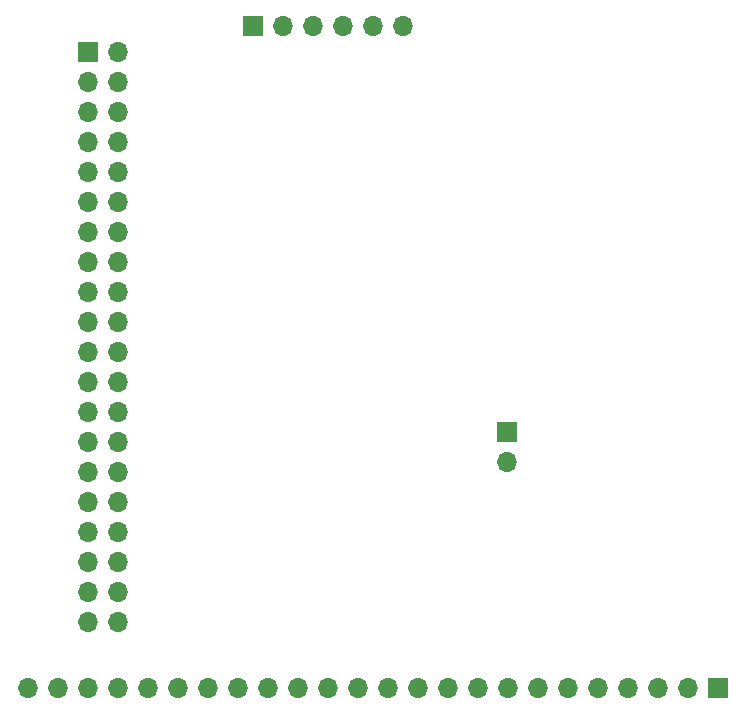
<source format=gbr>
%TF.GenerationSoftware,KiCad,Pcbnew,9.0.0-1.fc41*%
%TF.CreationDate,2025-03-28T10:43:55+08:00*%
%TF.ProjectId,st77xxlcd,73743737-7878-46c6-9364-2e6b69636164,V1.0.0*%
%TF.SameCoordinates,PX413b380PY77f8e40*%
%TF.FileFunction,Soldermask,Bot*%
%TF.FilePolarity,Negative*%
%FSLAX46Y46*%
G04 Gerber Fmt 4.6, Leading zero omitted, Abs format (unit mm)*
G04 Created by KiCad (PCBNEW 9.0.0-1.fc41) date 2025-03-28 10:43:55*
%MOMM*%
%LPD*%
G01*
G04 APERTURE LIST*
%ADD10R,1.700000X1.700000*%
%ADD11O,1.700000X1.700000*%
G04 APERTURE END LIST*
D10*
%TO.C,J7*%
X43800000Y23840000D03*
D11*
X43800000Y21300000D03*
%TD*%
D10*
%TO.C,J6*%
X61620000Y2200000D03*
D11*
X59080000Y2200000D03*
X56540000Y2200000D03*
X54000000Y2200000D03*
X51460000Y2200000D03*
X48920000Y2200000D03*
X46380000Y2200000D03*
X43840000Y2200000D03*
X41300000Y2200000D03*
X38760000Y2200000D03*
X36220000Y2200000D03*
X33680000Y2200000D03*
X31140000Y2200000D03*
X28600000Y2200000D03*
X26060000Y2200000D03*
X23520000Y2200000D03*
X20980000Y2200000D03*
X18440000Y2200000D03*
X15900000Y2200000D03*
X13360000Y2200000D03*
X10820000Y2200000D03*
X8280000Y2200000D03*
X5740000Y2200000D03*
X3200000Y2200000D03*
%TD*%
D10*
%TO.C,J4*%
X8260000Y56060000D03*
D11*
X10800000Y56060000D03*
X8260000Y53520000D03*
X10800000Y53520000D03*
X8260000Y50980000D03*
X10800000Y50980000D03*
X8260000Y48440000D03*
X10800000Y48440000D03*
X8260000Y45900000D03*
X10800000Y45900000D03*
X8260000Y43360000D03*
X10800000Y43360000D03*
X8260000Y40820000D03*
X10800000Y40820000D03*
X8260000Y38280000D03*
X10800000Y38280000D03*
X8260000Y35740000D03*
X10800000Y35740000D03*
X8260000Y33200000D03*
X10800000Y33200000D03*
X8260000Y30660000D03*
X10800000Y30660000D03*
X8260000Y28120000D03*
X10800000Y28120000D03*
X8260000Y25580000D03*
X10800000Y25580000D03*
X8260000Y23040000D03*
X10800000Y23040000D03*
X8260000Y20500000D03*
X10800000Y20500000D03*
X8260000Y17960000D03*
X10800000Y17960000D03*
X8260000Y15420000D03*
X10800000Y15420000D03*
X8260000Y12880000D03*
X10800000Y12880000D03*
X8260000Y10340000D03*
X10800000Y10340000D03*
X8260000Y7800000D03*
X10800000Y7800000D03*
%TD*%
D10*
%TO.C,J5*%
X22250000Y58200000D03*
D11*
X24790000Y58200000D03*
X27330000Y58200000D03*
X29870000Y58200000D03*
X32410000Y58200000D03*
X34950000Y58200000D03*
%TD*%
M02*

</source>
